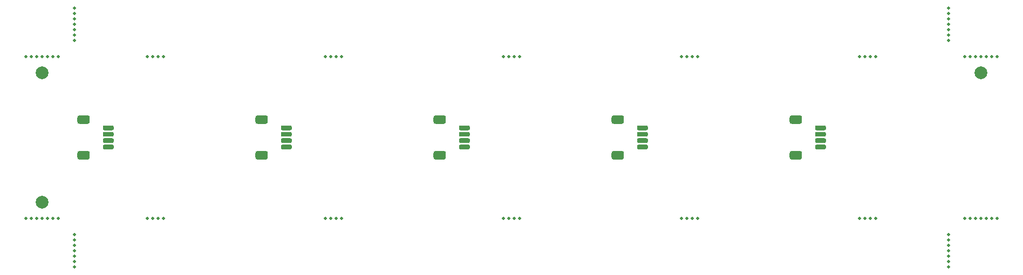
<source format=gts>
G04 #@! TF.GenerationSoftware,KiCad,Pcbnew,6.0.2+dfsg-1*
G04 #@! TF.CreationDate,2023-06-21T21:29:58-06:00*
G04 #@! TF.ProjectId,ckt-dingdong-spk-array,636b742d-6469-46e6-9764-6f6e672d7370,rev?*
G04 #@! TF.SameCoordinates,Original*
G04 #@! TF.FileFunction,Soldermask,Top*
G04 #@! TF.FilePolarity,Negative*
%FSLAX46Y46*%
G04 Gerber Fmt 4.6, Leading zero omitted, Abs format (unit mm)*
G04 Created by KiCad (PCBNEW 6.0.2+dfsg-1) date 2023-06-21 21:29:58*
%MOMM*%
%LPD*%
G01*
G04 APERTURE LIST*
%ADD10C,0.500000*%
%ADD11C,2.000000*%
G04 APERTURE END LIST*
D10*
X164013333Y-22620000D03*
X22620000Y-54793333D03*
X22620000Y-17540000D03*
X148350000Y-22620000D03*
X90776666Y-22620000D03*
X117870000Y-22620000D03*
X147503333Y-48020000D03*
X159780000Y-51406666D03*
X163166666Y-48020000D03*
X159780000Y-15846667D03*
X34050000Y-22620000D03*
G36*
G01*
X27297000Y-33443800D02*
X28547000Y-33443800D01*
G75*
G02*
X28773200Y-33670000I0J-226200D01*
G01*
X28773200Y-33970000D01*
G75*
G02*
X28547000Y-34196200I-226200J0D01*
G01*
X27297000Y-34196200D01*
G75*
G02*
X27070800Y-33970000I0J226200D01*
G01*
X27070800Y-33670000D01*
G75*
G02*
X27297000Y-33443800I226200J0D01*
G01*
G37*
G36*
G01*
X27297000Y-34443800D02*
X28547000Y-34443800D01*
G75*
G02*
X28773200Y-34670000I0J-226200D01*
G01*
X28773200Y-34970000D01*
G75*
G02*
X28547000Y-35196200I-226200J0D01*
G01*
X27297000Y-35196200D01*
G75*
G02*
X27070800Y-34970000I0J226200D01*
G01*
X27070800Y-34670000D01*
G75*
G02*
X27297000Y-34443800I226200J0D01*
G01*
G37*
G36*
G01*
X27297000Y-35443800D02*
X28547000Y-35443800D01*
G75*
G02*
X28773200Y-35670000I0J-226200D01*
G01*
X28773200Y-35970000D01*
G75*
G02*
X28547000Y-36196200I-226200J0D01*
G01*
X27297000Y-36196200D01*
G75*
G02*
X27070800Y-35970000I0J226200D01*
G01*
X27070800Y-35670000D01*
G75*
G02*
X27297000Y-35443800I226200J0D01*
G01*
G37*
G36*
G01*
X27297000Y-36443800D02*
X28547000Y-36443800D01*
G75*
G02*
X28773200Y-36670000I0J-226200D01*
G01*
X28773200Y-36970000D01*
G75*
G02*
X28547000Y-37196200I-226200J0D01*
G01*
X27297000Y-37196200D01*
G75*
G02*
X27070800Y-36970000I0J226200D01*
G01*
X27070800Y-36670000D01*
G75*
G02*
X27297000Y-36443800I226200J0D01*
G01*
G37*
G36*
G01*
X23397000Y-31843800D02*
X24697000Y-31843800D01*
G75*
G02*
X25023200Y-32170000I0J-326200D01*
G01*
X25023200Y-32870000D01*
G75*
G02*
X24697000Y-33196200I-326200J0D01*
G01*
X23397000Y-33196200D01*
G75*
G02*
X23070800Y-32870000I0J326200D01*
G01*
X23070800Y-32170000D01*
G75*
G02*
X23397000Y-31843800I326200J0D01*
G01*
G37*
G36*
G01*
X23397000Y-37443800D02*
X24697000Y-37443800D01*
G75*
G02*
X25023200Y-37770000I0J-326200D01*
G01*
X25023200Y-38470000D01*
G75*
G02*
X24697000Y-38796200I-326200J0D01*
G01*
X23397000Y-38796200D01*
G75*
G02*
X23070800Y-38470000I0J326200D01*
G01*
X23070800Y-37770000D01*
G75*
G02*
X23397000Y-37443800I326200J0D01*
G01*
G37*
X166553333Y-48020000D03*
X22620000Y-55640000D03*
X64530000Y-48020000D03*
X22620000Y-15846667D03*
X34896667Y-48020000D03*
X166553333Y-22620000D03*
G36*
G01*
X139057000Y-33443800D02*
X140307000Y-33443800D01*
G75*
G02*
X140533200Y-33670000I0J-226200D01*
G01*
X140533200Y-33970000D01*
G75*
G02*
X140307000Y-34196200I-226200J0D01*
G01*
X139057000Y-34196200D01*
G75*
G02*
X138830800Y-33970000I0J226200D01*
G01*
X138830800Y-33670000D01*
G75*
G02*
X139057000Y-33443800I226200J0D01*
G01*
G37*
G36*
G01*
X139057000Y-34443800D02*
X140307000Y-34443800D01*
G75*
G02*
X140533200Y-34670000I0J-226200D01*
G01*
X140533200Y-34970000D01*
G75*
G02*
X140307000Y-35196200I-226200J0D01*
G01*
X139057000Y-35196200D01*
G75*
G02*
X138830800Y-34970000I0J226200D01*
G01*
X138830800Y-34670000D01*
G75*
G02*
X139057000Y-34443800I226200J0D01*
G01*
G37*
G36*
G01*
X139057000Y-35443800D02*
X140307000Y-35443800D01*
G75*
G02*
X140533200Y-35670000I0J-226200D01*
G01*
X140533200Y-35970000D01*
G75*
G02*
X140307000Y-36196200I-226200J0D01*
G01*
X139057000Y-36196200D01*
G75*
G02*
X138830800Y-35970000I0J226200D01*
G01*
X138830800Y-35670000D01*
G75*
G02*
X139057000Y-35443800I226200J0D01*
G01*
G37*
G36*
G01*
X139057000Y-36443800D02*
X140307000Y-36443800D01*
G75*
G02*
X140533200Y-36670000I0J-226200D01*
G01*
X140533200Y-36970000D01*
G75*
G02*
X140307000Y-37196200I-226200J0D01*
G01*
X139057000Y-37196200D01*
G75*
G02*
X138830800Y-36970000I0J226200D01*
G01*
X138830800Y-36670000D01*
G75*
G02*
X139057000Y-36443800I226200J0D01*
G01*
G37*
G36*
G01*
X135157000Y-31843800D02*
X136457000Y-31843800D01*
G75*
G02*
X136783200Y-32170000I0J-326200D01*
G01*
X136783200Y-32870000D01*
G75*
G02*
X136457000Y-33196200I-326200J0D01*
G01*
X135157000Y-33196200D01*
G75*
G02*
X134830800Y-32870000I0J326200D01*
G01*
X134830800Y-32170000D01*
G75*
G02*
X135157000Y-31843800I326200J0D01*
G01*
G37*
G36*
G01*
X135157000Y-37443800D02*
X136457000Y-37443800D01*
G75*
G02*
X136783200Y-37770000I0J-326200D01*
G01*
X136783200Y-38470000D01*
G75*
G02*
X136457000Y-38796200I-326200J0D01*
G01*
X135157000Y-38796200D01*
G75*
G02*
X134830800Y-38470000I0J326200D01*
G01*
X134830800Y-37770000D01*
G75*
G02*
X135157000Y-37443800I326200J0D01*
G01*
G37*
X159780000Y-55640000D03*
X162320000Y-22620000D03*
X162320000Y-48020000D03*
X119563333Y-48020000D03*
X159780000Y-54793333D03*
X145810000Y-48020000D03*
X15846667Y-22620000D03*
X119563333Y-22620000D03*
X16693334Y-48020000D03*
X35743333Y-48020000D03*
X20080000Y-22620000D03*
X92470000Y-22620000D03*
X22620000Y-18386667D03*
X159780000Y-50560000D03*
X118716666Y-22620000D03*
X61990000Y-48020000D03*
X159780000Y-53100000D03*
X159780000Y-53946666D03*
X165706666Y-22620000D03*
X64530000Y-22620000D03*
X165706666Y-48020000D03*
X15000000Y-22620000D03*
X16693334Y-22620000D03*
X147503333Y-22620000D03*
X163166666Y-22620000D03*
G36*
G01*
X111117000Y-33443800D02*
X112367000Y-33443800D01*
G75*
G02*
X112593200Y-33670000I0J-226200D01*
G01*
X112593200Y-33970000D01*
G75*
G02*
X112367000Y-34196200I-226200J0D01*
G01*
X111117000Y-34196200D01*
G75*
G02*
X110890800Y-33970000I0J226200D01*
G01*
X110890800Y-33670000D01*
G75*
G02*
X111117000Y-33443800I226200J0D01*
G01*
G37*
G36*
G01*
X111117000Y-34443800D02*
X112367000Y-34443800D01*
G75*
G02*
X112593200Y-34670000I0J-226200D01*
G01*
X112593200Y-34970000D01*
G75*
G02*
X112367000Y-35196200I-226200J0D01*
G01*
X111117000Y-35196200D01*
G75*
G02*
X110890800Y-34970000I0J226200D01*
G01*
X110890800Y-34670000D01*
G75*
G02*
X111117000Y-34443800I226200J0D01*
G01*
G37*
G36*
G01*
X111117000Y-35443800D02*
X112367000Y-35443800D01*
G75*
G02*
X112593200Y-35670000I0J-226200D01*
G01*
X112593200Y-35970000D01*
G75*
G02*
X112367000Y-36196200I-226200J0D01*
G01*
X111117000Y-36196200D01*
G75*
G02*
X110890800Y-35970000I0J226200D01*
G01*
X110890800Y-35670000D01*
G75*
G02*
X111117000Y-35443800I226200J0D01*
G01*
G37*
G36*
G01*
X111117000Y-36443800D02*
X112367000Y-36443800D01*
G75*
G02*
X112593200Y-36670000I0J-226200D01*
G01*
X112593200Y-36970000D01*
G75*
G02*
X112367000Y-37196200I-226200J0D01*
G01*
X111117000Y-37196200D01*
G75*
G02*
X110890800Y-36970000I0J226200D01*
G01*
X110890800Y-36670000D01*
G75*
G02*
X111117000Y-36443800I226200J0D01*
G01*
G37*
G36*
G01*
X107217000Y-31843800D02*
X108517000Y-31843800D01*
G75*
G02*
X108843200Y-32170000I0J-326200D01*
G01*
X108843200Y-32870000D01*
G75*
G02*
X108517000Y-33196200I-326200J0D01*
G01*
X107217000Y-33196200D01*
G75*
G02*
X106890800Y-32870000I0J326200D01*
G01*
X106890800Y-32170000D01*
G75*
G02*
X107217000Y-31843800I326200J0D01*
G01*
G37*
G36*
G01*
X107217000Y-37443800D02*
X108517000Y-37443800D01*
G75*
G02*
X108843200Y-37770000I0J-326200D01*
G01*
X108843200Y-38470000D01*
G75*
G02*
X108517000Y-38796200I-326200J0D01*
G01*
X107217000Y-38796200D01*
G75*
G02*
X106890800Y-38470000I0J326200D01*
G01*
X106890800Y-37770000D01*
G75*
G02*
X107217000Y-37443800I326200J0D01*
G01*
G37*
X145810000Y-22620000D03*
X146656666Y-48020000D03*
X63683333Y-48020000D03*
X22620000Y-19233334D03*
X61990000Y-22620000D03*
X164013333Y-48020000D03*
X117870000Y-48020000D03*
X62836666Y-48020000D03*
X120410000Y-22620000D03*
X90776666Y-48020000D03*
X159780000Y-18386667D03*
X18386667Y-48020000D03*
X22620000Y-16693334D03*
D11*
X164860000Y-25160000D03*
D10*
X159780000Y-52253333D03*
X22620000Y-15000000D03*
X15846667Y-48020000D03*
X20080000Y-48020000D03*
X159780000Y-16693334D03*
X164860000Y-22620000D03*
X22620000Y-51406666D03*
X22620000Y-53946666D03*
X63683333Y-22620000D03*
X17540000Y-22620000D03*
X159780000Y-19233334D03*
X19233334Y-48020000D03*
D11*
X17540000Y-25160000D03*
G36*
G01*
X83177000Y-33443800D02*
X84427000Y-33443800D01*
G75*
G02*
X84653200Y-33670000I0J-226200D01*
G01*
X84653200Y-33970000D01*
G75*
G02*
X84427000Y-34196200I-226200J0D01*
G01*
X83177000Y-34196200D01*
G75*
G02*
X82950800Y-33970000I0J226200D01*
G01*
X82950800Y-33670000D01*
G75*
G02*
X83177000Y-33443800I226200J0D01*
G01*
G37*
G36*
G01*
X83177000Y-34443800D02*
X84427000Y-34443800D01*
G75*
G02*
X84653200Y-34670000I0J-226200D01*
G01*
X84653200Y-34970000D01*
G75*
G02*
X84427000Y-35196200I-226200J0D01*
G01*
X83177000Y-35196200D01*
G75*
G02*
X82950800Y-34970000I0J226200D01*
G01*
X82950800Y-34670000D01*
G75*
G02*
X83177000Y-34443800I226200J0D01*
G01*
G37*
G36*
G01*
X83177000Y-35443800D02*
X84427000Y-35443800D01*
G75*
G02*
X84653200Y-35670000I0J-226200D01*
G01*
X84653200Y-35970000D01*
G75*
G02*
X84427000Y-36196200I-226200J0D01*
G01*
X83177000Y-36196200D01*
G75*
G02*
X82950800Y-35970000I0J226200D01*
G01*
X82950800Y-35670000D01*
G75*
G02*
X83177000Y-35443800I226200J0D01*
G01*
G37*
G36*
G01*
X83177000Y-36443800D02*
X84427000Y-36443800D01*
G75*
G02*
X84653200Y-36670000I0J-226200D01*
G01*
X84653200Y-36970000D01*
G75*
G02*
X84427000Y-37196200I-226200J0D01*
G01*
X83177000Y-37196200D01*
G75*
G02*
X82950800Y-36970000I0J226200D01*
G01*
X82950800Y-36670000D01*
G75*
G02*
X83177000Y-36443800I226200J0D01*
G01*
G37*
G36*
G01*
X79277000Y-37443800D02*
X80577000Y-37443800D01*
G75*
G02*
X80903200Y-37770000I0J-326200D01*
G01*
X80903200Y-38470000D01*
G75*
G02*
X80577000Y-38796200I-326200J0D01*
G01*
X79277000Y-38796200D01*
G75*
G02*
X78950800Y-38470000I0J326200D01*
G01*
X78950800Y-37770000D01*
G75*
G02*
X79277000Y-37443800I326200J0D01*
G01*
G37*
G36*
G01*
X79277000Y-31843800D02*
X80577000Y-31843800D01*
G75*
G02*
X80903200Y-32170000I0J-326200D01*
G01*
X80903200Y-32870000D01*
G75*
G02*
X80577000Y-33196200I-326200J0D01*
G01*
X79277000Y-33196200D01*
G75*
G02*
X78950800Y-32870000I0J326200D01*
G01*
X78950800Y-32170000D01*
G75*
G02*
X79277000Y-31843800I326200J0D01*
G01*
G37*
D10*
X89930000Y-22620000D03*
X15000000Y-48020000D03*
X62836666Y-22620000D03*
X36590000Y-22620000D03*
X159780000Y-20080000D03*
X148350000Y-48020000D03*
X17540000Y-48020000D03*
X22620000Y-52253333D03*
X34896667Y-22620000D03*
X19233334Y-22620000D03*
X164860000Y-48020000D03*
X159780000Y-15000000D03*
D11*
X17540000Y-45480000D03*
D10*
X22620000Y-50560000D03*
X146656666Y-22620000D03*
X92470000Y-48020000D03*
X22620000Y-20080000D03*
X118716666Y-48020000D03*
X18386667Y-22620000D03*
X89930000Y-48020000D03*
G36*
G01*
X55237000Y-33443800D02*
X56487000Y-33443800D01*
G75*
G02*
X56713200Y-33670000I0J-226200D01*
G01*
X56713200Y-33970000D01*
G75*
G02*
X56487000Y-34196200I-226200J0D01*
G01*
X55237000Y-34196200D01*
G75*
G02*
X55010800Y-33970000I0J226200D01*
G01*
X55010800Y-33670000D01*
G75*
G02*
X55237000Y-33443800I226200J0D01*
G01*
G37*
G36*
G01*
X55237000Y-34443800D02*
X56487000Y-34443800D01*
G75*
G02*
X56713200Y-34670000I0J-226200D01*
G01*
X56713200Y-34970000D01*
G75*
G02*
X56487000Y-35196200I-226200J0D01*
G01*
X55237000Y-35196200D01*
G75*
G02*
X55010800Y-34970000I0J226200D01*
G01*
X55010800Y-34670000D01*
G75*
G02*
X55237000Y-34443800I226200J0D01*
G01*
G37*
G36*
G01*
X55237000Y-35443800D02*
X56487000Y-35443800D01*
G75*
G02*
X56713200Y-35670000I0J-226200D01*
G01*
X56713200Y-35970000D01*
G75*
G02*
X56487000Y-36196200I-226200J0D01*
G01*
X55237000Y-36196200D01*
G75*
G02*
X55010800Y-35970000I0J226200D01*
G01*
X55010800Y-35670000D01*
G75*
G02*
X55237000Y-35443800I226200J0D01*
G01*
G37*
G36*
G01*
X55237000Y-36443800D02*
X56487000Y-36443800D01*
G75*
G02*
X56713200Y-36670000I0J-226200D01*
G01*
X56713200Y-36970000D01*
G75*
G02*
X56487000Y-37196200I-226200J0D01*
G01*
X55237000Y-37196200D01*
G75*
G02*
X55010800Y-36970000I0J226200D01*
G01*
X55010800Y-36670000D01*
G75*
G02*
X55237000Y-36443800I226200J0D01*
G01*
G37*
G36*
G01*
X51337000Y-31843800D02*
X52637000Y-31843800D01*
G75*
G02*
X52963200Y-32170000I0J-326200D01*
G01*
X52963200Y-32870000D01*
G75*
G02*
X52637000Y-33196200I-326200J0D01*
G01*
X51337000Y-33196200D01*
G75*
G02*
X51010800Y-32870000I0J326200D01*
G01*
X51010800Y-32170000D01*
G75*
G02*
X51337000Y-31843800I326200J0D01*
G01*
G37*
G36*
G01*
X51337000Y-37443800D02*
X52637000Y-37443800D01*
G75*
G02*
X52963200Y-37770000I0J-326200D01*
G01*
X52963200Y-38470000D01*
G75*
G02*
X52637000Y-38796200I-326200J0D01*
G01*
X51337000Y-38796200D01*
G75*
G02*
X51010800Y-38470000I0J326200D01*
G01*
X51010800Y-37770000D01*
G75*
G02*
X51337000Y-37443800I326200J0D01*
G01*
G37*
X36590000Y-48020000D03*
X34050000Y-48020000D03*
X91623333Y-48020000D03*
X22620000Y-53100000D03*
X91623333Y-22620000D03*
X167400000Y-22620000D03*
X120410000Y-48020000D03*
X35743333Y-22620000D03*
X167400000Y-48020000D03*
X159780000Y-17540000D03*
M02*

</source>
